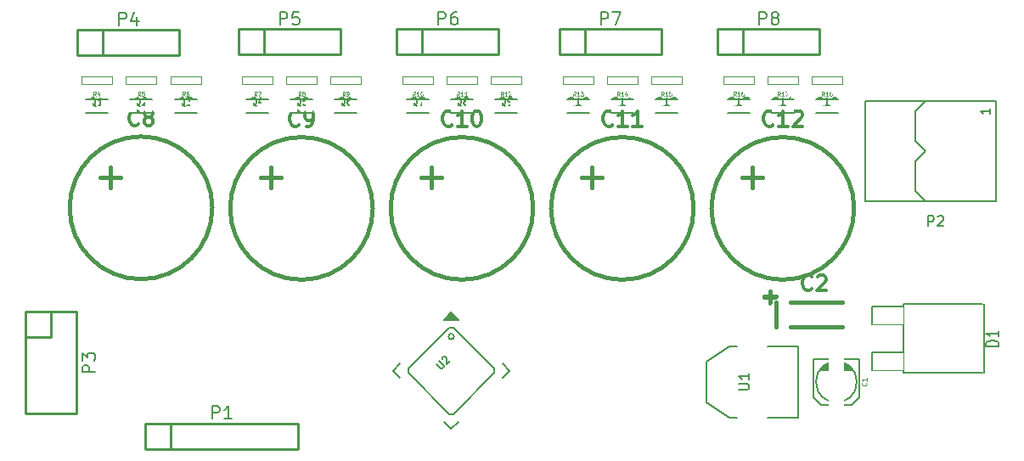
<source format=gto>
%FSLAX46Y46*%
G04 Gerber Fmt 4.6, Leading zero omitted, Abs format (unit mm)*
G04 Created by KiCad (PCBNEW (2014-09-25 BZR 5147)-product) date fre 14 nov 2014 02:42:05*
%MOMM*%
G01*
G04 APERTURE LIST*
%ADD10C,0.100000*%
%ADD11C,0.127000*%
%ADD12C,0.381000*%
%ADD13C,0.254000*%
%ADD14C,0.119380*%
%ADD15C,0.150000*%
%ADD16C,0.203200*%
%ADD17C,0.149860*%
%ADD18C,0.304800*%
%ADD19C,0.129540*%
%ADD20R,1.600200X2.600960*%
%ADD21R,2.999740X1.501140*%
%ADD22C,2.999740*%
%ADD23R,1.727200X2.032000*%
%ADD24O,1.727200X2.032000*%
%ADD25R,1.727200X1.727200*%
%ADD26O,1.727200X1.727200*%
%ADD27R,0.914400X0.914400*%
%ADD28R,0.635000X1.143000*%
%ADD29R,2.032000X3.657600*%
%ADD30R,2.032000X1.016000*%
%ADD31R,3.048000X1.651000*%
%ADD32R,6.096000X6.096000*%
%ADD33C,4.000000*%
G04 APERTURE END LIST*
D10*
D11*
X181100000Y-99651000D02*
X181100000Y-98889000D01*
X181481000Y-99270000D02*
X180719000Y-99270000D01*
X178814000Y-99524000D02*
X178814000Y-95714000D01*
X182624000Y-100286000D02*
X179576000Y-100286000D01*
X178814000Y-99524000D02*
X179576000Y-100286000D01*
X183386000Y-99524000D02*
X183386000Y-95714000D01*
X183386000Y-99524000D02*
X182624000Y-100286000D01*
X180973000Y-95968000D02*
X181227000Y-95968000D01*
X181735000Y-96095000D02*
X180465000Y-96095000D01*
X180211000Y-96222000D02*
X181989000Y-96222000D01*
X179957000Y-96349000D02*
X182243000Y-96349000D01*
X182370000Y-96476000D02*
X179830000Y-96476000D01*
X179703000Y-96603000D02*
X182497000Y-96603000D01*
X182624000Y-96730000D02*
X179576000Y-96730000D01*
X182751000Y-96857000D02*
X179449000Y-96857000D01*
X183132000Y-98000000D02*
G75*
G03X183132000Y-98000000I-2032000J0D01*
G74*
G01*
X183386000Y-95714000D02*
X178814000Y-95714000D01*
D12*
X176499040Y-92498880D02*
X181700960Y-92498880D01*
X181700960Y-90101120D02*
X176499040Y-90101120D01*
X174500060Y-89001300D02*
X174500060Y-90101120D01*
X173900620Y-89501680D02*
X175099500Y-89501680D01*
X175104580Y-90101120D02*
X175104580Y-92498880D01*
X107696000Y-77597000D02*
X109728000Y-77597000D01*
X108712000Y-76581000D02*
X108712000Y-78613000D01*
X118872000Y-80645000D02*
G75*
G03X118872000Y-80645000I-7112000J0D01*
G74*
G01*
X123696000Y-77652000D02*
X125728000Y-77652000D01*
X124712000Y-76636000D02*
X124712000Y-78668000D01*
X134872000Y-80700000D02*
G75*
G03X134872000Y-80700000I-7112000J0D01*
G74*
G01*
X139696000Y-77652000D02*
X141728000Y-77652000D01*
X140712000Y-76636000D02*
X140712000Y-78668000D01*
X150872000Y-80700000D02*
G75*
G03X150872000Y-80700000I-7112000J0D01*
G74*
G01*
X155696000Y-77652000D02*
X157728000Y-77652000D01*
X156712000Y-76636000D02*
X156712000Y-78668000D01*
X166872000Y-80700000D02*
G75*
G03X166872000Y-80700000I-7112000J0D01*
G74*
G01*
X171696000Y-77652000D02*
X173728000Y-77652000D01*
X172712000Y-76636000D02*
X172712000Y-78668000D01*
X182872000Y-80700000D02*
G75*
G03X182872000Y-80700000I-7112000J0D01*
G74*
G01*
D13*
X114720000Y-102130000D02*
X127420000Y-102130000D01*
X127420000Y-102130000D02*
X127420000Y-104670000D01*
X127420000Y-104670000D02*
X114720000Y-104670000D01*
X112180000Y-102130000D02*
X114720000Y-102130000D01*
X114720000Y-102130000D02*
X114720000Y-104670000D01*
X112180000Y-102130000D02*
X112180000Y-104670000D01*
X112180000Y-104670000D02*
X114720000Y-104670000D01*
X100260000Y-93560000D02*
X100260000Y-101180000D01*
X100260000Y-101180000D02*
X105340000Y-101180000D01*
X105340000Y-101180000D02*
X105340000Y-91020000D01*
X105340000Y-91020000D02*
X102800000Y-91020000D01*
X100260000Y-91020000D02*
X100260000Y-93560000D01*
X102800000Y-91020000D02*
X102800000Y-93560000D01*
X102800000Y-93560000D02*
X100260000Y-93560000D01*
X100260000Y-91020000D02*
X102800000Y-91020000D01*
X107950000Y-65405000D02*
X115570000Y-65405000D01*
X107950000Y-62865000D02*
X115570000Y-62865000D01*
X105410000Y-62865000D02*
X107950000Y-62865000D01*
X115570000Y-65405000D02*
X115570000Y-62865000D01*
X107950000Y-62865000D02*
X107950000Y-65405000D01*
X105410000Y-62865000D02*
X105410000Y-65405000D01*
X105410000Y-65405000D02*
X107950000Y-65405000D01*
X124020000Y-65370000D02*
X131640000Y-65370000D01*
X124020000Y-62830000D02*
X131640000Y-62830000D01*
X121480000Y-62830000D02*
X124020000Y-62830000D01*
X131640000Y-65370000D02*
X131640000Y-62830000D01*
X124020000Y-62830000D02*
X124020000Y-65370000D01*
X121480000Y-62830000D02*
X121480000Y-65370000D01*
X121480000Y-65370000D02*
X124020000Y-65370000D01*
X139820000Y-65370000D02*
X147440000Y-65370000D01*
X139820000Y-62830000D02*
X147440000Y-62830000D01*
X137280000Y-62830000D02*
X139820000Y-62830000D01*
X147440000Y-65370000D02*
X147440000Y-62830000D01*
X139820000Y-62830000D02*
X139820000Y-65370000D01*
X137280000Y-62830000D02*
X137280000Y-65370000D01*
X137280000Y-65370000D02*
X139820000Y-65370000D01*
X156020000Y-65370000D02*
X163640000Y-65370000D01*
X156020000Y-62830000D02*
X163640000Y-62830000D01*
X153480000Y-62830000D02*
X156020000Y-62830000D01*
X163640000Y-65370000D02*
X163640000Y-62830000D01*
X156020000Y-62830000D02*
X156020000Y-65370000D01*
X153480000Y-62830000D02*
X153480000Y-65370000D01*
X153480000Y-65370000D02*
X156020000Y-65370000D01*
X171820000Y-65370000D02*
X179440000Y-65370000D01*
X171820000Y-62830000D02*
X179440000Y-62830000D01*
X169280000Y-62830000D02*
X171820000Y-62830000D01*
X179440000Y-65370000D02*
X179440000Y-62830000D01*
X171820000Y-62830000D02*
X171820000Y-65370000D01*
X169280000Y-62830000D02*
X169280000Y-65370000D01*
X169280000Y-65370000D02*
X171820000Y-65370000D01*
D14*
X108839000Y-68326000D02*
X105791000Y-68326000D01*
X105791000Y-68326000D02*
X105791000Y-67564000D01*
X105791000Y-67564000D02*
X108839000Y-67564000D01*
X108839000Y-67564000D02*
X108839000Y-68326000D01*
X113284000Y-68326000D02*
X110236000Y-68326000D01*
X110236000Y-68326000D02*
X110236000Y-67564000D01*
X110236000Y-67564000D02*
X113284000Y-67564000D01*
X113284000Y-67564000D02*
X113284000Y-68326000D01*
X117729000Y-68326000D02*
X114681000Y-68326000D01*
X114681000Y-68326000D02*
X114681000Y-67564000D01*
X114681000Y-67564000D02*
X117729000Y-67564000D01*
X117729000Y-67564000D02*
X117729000Y-68326000D01*
X124884000Y-68281000D02*
X121836000Y-68281000D01*
X121836000Y-68281000D02*
X121836000Y-67519000D01*
X121836000Y-67519000D02*
X124884000Y-67519000D01*
X124884000Y-67519000D02*
X124884000Y-68281000D01*
X129284000Y-68281000D02*
X126236000Y-68281000D01*
X126236000Y-68281000D02*
X126236000Y-67519000D01*
X126236000Y-67519000D02*
X129284000Y-67519000D01*
X129284000Y-67519000D02*
X129284000Y-68281000D01*
X133684000Y-68281000D02*
X130636000Y-68281000D01*
X130636000Y-68281000D02*
X130636000Y-67519000D01*
X130636000Y-67519000D02*
X133684000Y-67519000D01*
X133684000Y-67519000D02*
X133684000Y-68281000D01*
X140884000Y-68281000D02*
X137836000Y-68281000D01*
X137836000Y-68281000D02*
X137836000Y-67519000D01*
X137836000Y-67519000D02*
X140884000Y-67519000D01*
X140884000Y-67519000D02*
X140884000Y-68281000D01*
X145284000Y-68281000D02*
X142236000Y-68281000D01*
X142236000Y-68281000D02*
X142236000Y-67519000D01*
X142236000Y-67519000D02*
X145284000Y-67519000D01*
X145284000Y-67519000D02*
X145284000Y-68281000D01*
X149684000Y-68281000D02*
X146636000Y-68281000D01*
X146636000Y-68281000D02*
X146636000Y-67519000D01*
X146636000Y-67519000D02*
X149684000Y-67519000D01*
X149684000Y-67519000D02*
X149684000Y-68281000D01*
X156884000Y-68281000D02*
X153836000Y-68281000D01*
X153836000Y-68281000D02*
X153836000Y-67519000D01*
X153836000Y-67519000D02*
X156884000Y-67519000D01*
X156884000Y-67519000D02*
X156884000Y-68281000D01*
X161284000Y-68281000D02*
X158236000Y-68281000D01*
X158236000Y-68281000D02*
X158236000Y-67519000D01*
X158236000Y-67519000D02*
X161284000Y-67519000D01*
X161284000Y-67519000D02*
X161284000Y-68281000D01*
X165684000Y-68281000D02*
X162636000Y-68281000D01*
X162636000Y-68281000D02*
X162636000Y-67519000D01*
X162636000Y-67519000D02*
X165684000Y-67519000D01*
X165684000Y-67519000D02*
X165684000Y-68281000D01*
X172884000Y-68281000D02*
X169836000Y-68281000D01*
X169836000Y-68281000D02*
X169836000Y-67519000D01*
X169836000Y-67519000D02*
X172884000Y-67519000D01*
X172884000Y-67519000D02*
X172884000Y-68281000D01*
X177284000Y-68281000D02*
X174236000Y-68281000D01*
X174236000Y-68281000D02*
X174236000Y-67519000D01*
X174236000Y-67519000D02*
X177284000Y-67519000D01*
X177284000Y-67519000D02*
X177284000Y-68281000D01*
X181684000Y-68281000D02*
X178636000Y-68281000D01*
X178636000Y-68281000D02*
X178636000Y-67519000D01*
X178636000Y-67519000D02*
X181684000Y-67519000D01*
X181684000Y-67519000D02*
X181684000Y-68281000D01*
D15*
X106215000Y-69785000D02*
X108415000Y-69785000D01*
X106215000Y-71185000D02*
X108415000Y-71185000D01*
X110660000Y-69785000D02*
X112860000Y-69785000D01*
X110660000Y-71185000D02*
X112860000Y-71185000D01*
X115105000Y-69785000D02*
X117305000Y-69785000D01*
X115105000Y-71185000D02*
X117305000Y-71185000D01*
X122260000Y-69800000D02*
X124460000Y-69800000D01*
X122260000Y-71200000D02*
X124460000Y-71200000D01*
X126660000Y-69800000D02*
X128860000Y-69800000D01*
X126660000Y-71200000D02*
X128860000Y-71200000D01*
X131060000Y-69800000D02*
X133260000Y-69800000D01*
X131060000Y-71200000D02*
X133260000Y-71200000D01*
X138260000Y-69800000D02*
X140460000Y-69800000D01*
X138260000Y-71200000D02*
X140460000Y-71200000D01*
X142660000Y-69800000D02*
X144860000Y-69800000D01*
X142660000Y-71200000D02*
X144860000Y-71200000D01*
X147060000Y-69800000D02*
X149260000Y-69800000D01*
X147060000Y-71200000D02*
X149260000Y-71200000D01*
X154260000Y-69800000D02*
X156460000Y-69800000D01*
X154260000Y-71200000D02*
X156460000Y-71200000D01*
X158660000Y-69800000D02*
X160860000Y-69800000D01*
X158660000Y-71200000D02*
X160860000Y-71200000D01*
X163060000Y-69800000D02*
X165260000Y-69800000D01*
X163060000Y-71200000D02*
X165260000Y-71200000D01*
X170260000Y-69800000D02*
X172460000Y-69800000D01*
X170260000Y-71200000D02*
X172460000Y-71200000D01*
X174660000Y-69800000D02*
X176860000Y-69800000D01*
X174660000Y-71200000D02*
X176860000Y-71200000D01*
X179060000Y-69800000D02*
X181260000Y-69800000D01*
X179060000Y-71200000D02*
X181260000Y-71200000D01*
D16*
X174224000Y-101556000D02*
X177272000Y-101556000D01*
X177272000Y-101556000D02*
X177272000Y-94444000D01*
X177272000Y-94444000D02*
X174224000Y-94444000D01*
X171176000Y-101556000D02*
X170414000Y-101556000D01*
X170414000Y-101556000D02*
X168128000Y-100032000D01*
X168128000Y-100032000D02*
X168128000Y-95968000D01*
X168128000Y-95968000D02*
X170414000Y-94444000D01*
X170414000Y-94444000D02*
X171176000Y-94444000D01*
D15*
X142417157Y-92657359D02*
X142487868Y-92586649D01*
X142487868Y-92586649D02*
X142912132Y-92586649D01*
X142912132Y-92586649D02*
X147013351Y-96687868D01*
X147013351Y-96687868D02*
X147013351Y-97112132D01*
X147013351Y-97112132D02*
X142912132Y-101213351D01*
X142912132Y-101213351D02*
X142487868Y-101213351D01*
X142487868Y-101213351D02*
X138386649Y-97112132D01*
X138386649Y-97112132D02*
X138386649Y-96687868D01*
X138386649Y-96687868D02*
X142417157Y-92657359D01*
D17*
X142841888Y-91244235D02*
X142558112Y-91244235D01*
X142418020Y-91384327D02*
X142981980Y-91384327D01*
X143123868Y-91526215D02*
X142276132Y-91526215D01*
X142134244Y-91668103D02*
X143265756Y-91668103D01*
X141992356Y-91809991D02*
X142700000Y-91102347D01*
X142700000Y-91102347D02*
X143407644Y-91809991D01*
X143407644Y-91809991D02*
X141992356Y-91809991D01*
X137609991Y-97607644D02*
X136902347Y-96900000D01*
X136902347Y-96900000D02*
X137609991Y-96192356D01*
X143407644Y-101990009D02*
X142700000Y-102697653D01*
X142700000Y-102697653D02*
X141992356Y-101990009D01*
X147790009Y-96192356D02*
X148497653Y-96900000D01*
X148497653Y-96900000D02*
X147790009Y-97607644D01*
D11*
X142983981Y-93487503D02*
G75*
G03X142983981Y-93487503I-283981J0D01*
G74*
G01*
X187824000Y-95097000D02*
X184649000Y-95097000D01*
X184649000Y-95097000D02*
X184649000Y-96875000D01*
X184649000Y-96875000D02*
X187824000Y-96875000D01*
X187824000Y-90525000D02*
X184649000Y-90525000D01*
X184649000Y-90525000D02*
X184649000Y-92303000D01*
X184649000Y-92303000D02*
X187824000Y-92303000D01*
X193920000Y-97129000D02*
X187824000Y-97129000D01*
X187824000Y-97129000D02*
X187824000Y-90271000D01*
X187824000Y-90271000D02*
X195698000Y-90271000D01*
X195825000Y-90271000D02*
X195825000Y-97129000D01*
X195698000Y-97129000D02*
X193920000Y-97129000D01*
D15*
X190000000Y-70000000D02*
X189000000Y-71000000D01*
X189000000Y-71000000D02*
X189000000Y-74000000D01*
X189000000Y-74000000D02*
X190000000Y-75000000D01*
X190000000Y-75000000D02*
X189000000Y-76000000D01*
X189000000Y-76000000D02*
X189000000Y-79000000D01*
X189000000Y-79000000D02*
X190000000Y-80000000D01*
X197000000Y-70000000D02*
X197000000Y-80000000D01*
X197000000Y-80000000D02*
X184000000Y-80000000D01*
X184000000Y-80000000D02*
X184000000Y-70000000D01*
X184000000Y-70000000D02*
X197000000Y-70000000D01*
D14*
X184072707Y-98083396D02*
X184096535Y-98107224D01*
X184120362Y-98178707D01*
X184120362Y-98226362D01*
X184096535Y-98297845D01*
X184048880Y-98345500D01*
X184001224Y-98369328D01*
X183905914Y-98393156D01*
X183834431Y-98393156D01*
X183739120Y-98369328D01*
X183691465Y-98345500D01*
X183643810Y-98297845D01*
X183619982Y-98226362D01*
X183619982Y-98178707D01*
X183643810Y-98107224D01*
X183667638Y-98083396D01*
X184120362Y-97606844D02*
X184120362Y-97892776D01*
X184120362Y-97749810D02*
X183619982Y-97749810D01*
X183691465Y-97797465D01*
X183739120Y-97845120D01*
X183762948Y-97892776D01*
D18*
X178645340Y-88745486D02*
X178572769Y-88818057D01*
X178355055Y-88890629D01*
X178209912Y-88890629D01*
X177992197Y-88818057D01*
X177847055Y-88672914D01*
X177774483Y-88527771D01*
X177701912Y-88237486D01*
X177701912Y-88019771D01*
X177774483Y-87729486D01*
X177847055Y-87584343D01*
X177992197Y-87439200D01*
X178209912Y-87366629D01*
X178355055Y-87366629D01*
X178572769Y-87439200D01*
X178645340Y-87511771D01*
X179225912Y-87511771D02*
X179298483Y-87439200D01*
X179443626Y-87366629D01*
X179806483Y-87366629D01*
X179951626Y-87439200D01*
X180024197Y-87511771D01*
X180096769Y-87656914D01*
X180096769Y-87802057D01*
X180024197Y-88019771D01*
X179153340Y-88890629D01*
X180096769Y-88890629D01*
X173919489Y-89607997D02*
X175080632Y-89607997D01*
X174500061Y-90188569D02*
X174500061Y-89027426D01*
X111506000Y-72299286D02*
X111433429Y-72371857D01*
X111215715Y-72444429D01*
X111070572Y-72444429D01*
X110852857Y-72371857D01*
X110707715Y-72226714D01*
X110635143Y-72081571D01*
X110562572Y-71791286D01*
X110562572Y-71573571D01*
X110635143Y-71283286D01*
X110707715Y-71138143D01*
X110852857Y-70993000D01*
X111070572Y-70920429D01*
X111215715Y-70920429D01*
X111433429Y-70993000D01*
X111506000Y-71065571D01*
X112376857Y-71573571D02*
X112231715Y-71501000D01*
X112159143Y-71428429D01*
X112086572Y-71283286D01*
X112086572Y-71210714D01*
X112159143Y-71065571D01*
X112231715Y-70993000D01*
X112376857Y-70920429D01*
X112667143Y-70920429D01*
X112812286Y-70993000D01*
X112884857Y-71065571D01*
X112957429Y-71210714D01*
X112957429Y-71283286D01*
X112884857Y-71428429D01*
X112812286Y-71501000D01*
X112667143Y-71573571D01*
X112376857Y-71573571D01*
X112231715Y-71646143D01*
X112159143Y-71718714D01*
X112086572Y-71863857D01*
X112086572Y-72154143D01*
X112159143Y-72299286D01*
X112231715Y-72371857D01*
X112376857Y-72444429D01*
X112667143Y-72444429D01*
X112812286Y-72371857D01*
X112884857Y-72299286D01*
X112957429Y-72154143D01*
X112957429Y-71863857D01*
X112884857Y-71718714D01*
X112812286Y-71646143D01*
X112667143Y-71573571D01*
X127506000Y-72354286D02*
X127433429Y-72426857D01*
X127215715Y-72499429D01*
X127070572Y-72499429D01*
X126852857Y-72426857D01*
X126707715Y-72281714D01*
X126635143Y-72136571D01*
X126562572Y-71846286D01*
X126562572Y-71628571D01*
X126635143Y-71338286D01*
X126707715Y-71193143D01*
X126852857Y-71048000D01*
X127070572Y-70975429D01*
X127215715Y-70975429D01*
X127433429Y-71048000D01*
X127506000Y-71120571D01*
X128231715Y-72499429D02*
X128522000Y-72499429D01*
X128667143Y-72426857D01*
X128739715Y-72354286D01*
X128884857Y-72136571D01*
X128957429Y-71846286D01*
X128957429Y-71265714D01*
X128884857Y-71120571D01*
X128812286Y-71048000D01*
X128667143Y-70975429D01*
X128376857Y-70975429D01*
X128231715Y-71048000D01*
X128159143Y-71120571D01*
X128086572Y-71265714D01*
X128086572Y-71628571D01*
X128159143Y-71773714D01*
X128231715Y-71846286D01*
X128376857Y-71918857D01*
X128667143Y-71918857D01*
X128812286Y-71846286D01*
X128884857Y-71773714D01*
X128957429Y-71628571D01*
X142780285Y-72354286D02*
X142707714Y-72426857D01*
X142490000Y-72499429D01*
X142344857Y-72499429D01*
X142127142Y-72426857D01*
X141982000Y-72281714D01*
X141909428Y-72136571D01*
X141836857Y-71846286D01*
X141836857Y-71628571D01*
X141909428Y-71338286D01*
X141982000Y-71193143D01*
X142127142Y-71048000D01*
X142344857Y-70975429D01*
X142490000Y-70975429D01*
X142707714Y-71048000D01*
X142780285Y-71120571D01*
X144231714Y-72499429D02*
X143360857Y-72499429D01*
X143796285Y-72499429D02*
X143796285Y-70975429D01*
X143651142Y-71193143D01*
X143506000Y-71338286D01*
X143360857Y-71410857D01*
X145175143Y-70975429D02*
X145320286Y-70975429D01*
X145465429Y-71048000D01*
X145538000Y-71120571D01*
X145610571Y-71265714D01*
X145683143Y-71556000D01*
X145683143Y-71918857D01*
X145610571Y-72209143D01*
X145538000Y-72354286D01*
X145465429Y-72426857D01*
X145320286Y-72499429D01*
X145175143Y-72499429D01*
X145030000Y-72426857D01*
X144957429Y-72354286D01*
X144884857Y-72209143D01*
X144812286Y-71918857D01*
X144812286Y-71556000D01*
X144884857Y-71265714D01*
X144957429Y-71120571D01*
X145030000Y-71048000D01*
X145175143Y-70975429D01*
X158780285Y-72354286D02*
X158707714Y-72426857D01*
X158490000Y-72499429D01*
X158344857Y-72499429D01*
X158127142Y-72426857D01*
X157982000Y-72281714D01*
X157909428Y-72136571D01*
X157836857Y-71846286D01*
X157836857Y-71628571D01*
X157909428Y-71338286D01*
X157982000Y-71193143D01*
X158127142Y-71048000D01*
X158344857Y-70975429D01*
X158490000Y-70975429D01*
X158707714Y-71048000D01*
X158780285Y-71120571D01*
X160231714Y-72499429D02*
X159360857Y-72499429D01*
X159796285Y-72499429D02*
X159796285Y-70975429D01*
X159651142Y-71193143D01*
X159506000Y-71338286D01*
X159360857Y-71410857D01*
X161683143Y-72499429D02*
X160812286Y-72499429D01*
X161247714Y-72499429D02*
X161247714Y-70975429D01*
X161102571Y-71193143D01*
X160957429Y-71338286D01*
X160812286Y-71410857D01*
X174780285Y-72354286D02*
X174707714Y-72426857D01*
X174490000Y-72499429D01*
X174344857Y-72499429D01*
X174127142Y-72426857D01*
X173982000Y-72281714D01*
X173909428Y-72136571D01*
X173836857Y-71846286D01*
X173836857Y-71628571D01*
X173909428Y-71338286D01*
X173982000Y-71193143D01*
X174127142Y-71048000D01*
X174344857Y-70975429D01*
X174490000Y-70975429D01*
X174707714Y-71048000D01*
X174780285Y-71120571D01*
X176231714Y-72499429D02*
X175360857Y-72499429D01*
X175796285Y-72499429D02*
X175796285Y-70975429D01*
X175651142Y-71193143D01*
X175506000Y-71338286D01*
X175360857Y-71410857D01*
X176812286Y-71120571D02*
X176884857Y-71048000D01*
X177030000Y-70975429D01*
X177392857Y-70975429D01*
X177538000Y-71048000D01*
X177610571Y-71120571D01*
X177683143Y-71265714D01*
X177683143Y-71410857D01*
X177610571Y-71628571D01*
X176739714Y-72499429D01*
X177683143Y-72499429D01*
D16*
X118862619Y-101688524D02*
X118862619Y-100418524D01*
X119346428Y-100418524D01*
X119467381Y-100479000D01*
X119527857Y-100539476D01*
X119588333Y-100660429D01*
X119588333Y-100841857D01*
X119527857Y-100962810D01*
X119467381Y-101023286D01*
X119346428Y-101083762D01*
X118862619Y-101083762D01*
X120797857Y-101688524D02*
X120072143Y-101688524D01*
X120435000Y-101688524D02*
X120435000Y-100418524D01*
X120314048Y-100599952D01*
X120193095Y-100720905D01*
X120072143Y-100781381D01*
X107184524Y-97037381D02*
X105914524Y-97037381D01*
X105914524Y-96553572D01*
X105975000Y-96432619D01*
X106035476Y-96372143D01*
X106156429Y-96311667D01*
X106337857Y-96311667D01*
X106458810Y-96372143D01*
X106519286Y-96432619D01*
X106579762Y-96553572D01*
X106579762Y-97037381D01*
X105914524Y-95888333D02*
X105914524Y-95102143D01*
X106398333Y-95525476D01*
X106398333Y-95344048D01*
X106458810Y-95223095D01*
X106519286Y-95162619D01*
X106640238Y-95102143D01*
X106942619Y-95102143D01*
X107063571Y-95162619D01*
X107124048Y-95223095D01*
X107184524Y-95344048D01*
X107184524Y-95706905D01*
X107124048Y-95827857D01*
X107063571Y-95888333D01*
X109552619Y-62423524D02*
X109552619Y-61153524D01*
X110036428Y-61153524D01*
X110157381Y-61214000D01*
X110217857Y-61274476D01*
X110278333Y-61395429D01*
X110278333Y-61576857D01*
X110217857Y-61697810D01*
X110157381Y-61758286D01*
X110036428Y-61818762D01*
X109552619Y-61818762D01*
X111366905Y-61576857D02*
X111366905Y-62423524D01*
X111064524Y-61093048D02*
X110762143Y-62000190D01*
X111548333Y-62000190D01*
X125622619Y-62388524D02*
X125622619Y-61118524D01*
X126106428Y-61118524D01*
X126227381Y-61179000D01*
X126287857Y-61239476D01*
X126348333Y-61360429D01*
X126348333Y-61541857D01*
X126287857Y-61662810D01*
X126227381Y-61723286D01*
X126106428Y-61783762D01*
X125622619Y-61783762D01*
X127497381Y-61118524D02*
X126892619Y-61118524D01*
X126832143Y-61723286D01*
X126892619Y-61662810D01*
X127013571Y-61602333D01*
X127315952Y-61602333D01*
X127436905Y-61662810D01*
X127497381Y-61723286D01*
X127557857Y-61844238D01*
X127557857Y-62146619D01*
X127497381Y-62267571D01*
X127436905Y-62328048D01*
X127315952Y-62388524D01*
X127013571Y-62388524D01*
X126892619Y-62328048D01*
X126832143Y-62267571D01*
X141422619Y-62388524D02*
X141422619Y-61118524D01*
X141906428Y-61118524D01*
X142027381Y-61179000D01*
X142087857Y-61239476D01*
X142148333Y-61360429D01*
X142148333Y-61541857D01*
X142087857Y-61662810D01*
X142027381Y-61723286D01*
X141906428Y-61783762D01*
X141422619Y-61783762D01*
X143236905Y-61118524D02*
X142995000Y-61118524D01*
X142874048Y-61179000D01*
X142813571Y-61239476D01*
X142692619Y-61420905D01*
X142632143Y-61662810D01*
X142632143Y-62146619D01*
X142692619Y-62267571D01*
X142753095Y-62328048D01*
X142874048Y-62388524D01*
X143115952Y-62388524D01*
X143236905Y-62328048D01*
X143297381Y-62267571D01*
X143357857Y-62146619D01*
X143357857Y-61844238D01*
X143297381Y-61723286D01*
X143236905Y-61662810D01*
X143115952Y-61602333D01*
X142874048Y-61602333D01*
X142753095Y-61662810D01*
X142692619Y-61723286D01*
X142632143Y-61844238D01*
X157622619Y-62388524D02*
X157622619Y-61118524D01*
X158106428Y-61118524D01*
X158227381Y-61179000D01*
X158287857Y-61239476D01*
X158348333Y-61360429D01*
X158348333Y-61541857D01*
X158287857Y-61662810D01*
X158227381Y-61723286D01*
X158106428Y-61783762D01*
X157622619Y-61783762D01*
X158771667Y-61118524D02*
X159618333Y-61118524D01*
X159074048Y-62388524D01*
X173422619Y-62388524D02*
X173422619Y-61118524D01*
X173906428Y-61118524D01*
X174027381Y-61179000D01*
X174087857Y-61239476D01*
X174148333Y-61360429D01*
X174148333Y-61541857D01*
X174087857Y-61662810D01*
X174027381Y-61723286D01*
X173906428Y-61783762D01*
X173422619Y-61783762D01*
X174874048Y-61662810D02*
X174753095Y-61602333D01*
X174692619Y-61541857D01*
X174632143Y-61420905D01*
X174632143Y-61360429D01*
X174692619Y-61239476D01*
X174753095Y-61179000D01*
X174874048Y-61118524D01*
X175115952Y-61118524D01*
X175236905Y-61179000D01*
X175297381Y-61239476D01*
X175357857Y-61360429D01*
X175357857Y-61420905D01*
X175297381Y-61541857D01*
X175236905Y-61602333D01*
X175115952Y-61662810D01*
X174874048Y-61662810D01*
X174753095Y-61723286D01*
X174692619Y-61783762D01*
X174632143Y-61904714D01*
X174632143Y-62146619D01*
X174692619Y-62267571D01*
X174753095Y-62328048D01*
X174874048Y-62388524D01*
X175115952Y-62388524D01*
X175236905Y-62328048D01*
X175297381Y-62267571D01*
X175357857Y-62146619D01*
X175357857Y-61904714D01*
X175297381Y-61783762D01*
X175236905Y-61723286D01*
X175115952Y-61662810D01*
D19*
X107242429Y-70521286D02*
X107169857Y-70485000D01*
X107097286Y-70412429D01*
X106988429Y-70303571D01*
X106915857Y-70267286D01*
X106843286Y-70267286D01*
X106879571Y-70448714D02*
X106807000Y-70412429D01*
X106734429Y-70339857D01*
X106698143Y-70194714D01*
X106698143Y-69940714D01*
X106734429Y-69795571D01*
X106807000Y-69723000D01*
X106879571Y-69686714D01*
X107024714Y-69686714D01*
X107097286Y-69723000D01*
X107169857Y-69795571D01*
X107206143Y-69940714D01*
X107206143Y-70194714D01*
X107169857Y-70339857D01*
X107097286Y-70412429D01*
X107024714Y-70448714D01*
X106879571Y-70448714D01*
X107931857Y-70448714D02*
X107496429Y-70448714D01*
X107714143Y-70448714D02*
X107714143Y-69686714D01*
X107641572Y-69795571D01*
X107569000Y-69868143D01*
X107496429Y-69904429D01*
X111687429Y-70521286D02*
X111614857Y-70485000D01*
X111542286Y-70412429D01*
X111433429Y-70303571D01*
X111360857Y-70267286D01*
X111288286Y-70267286D01*
X111324571Y-70448714D02*
X111252000Y-70412429D01*
X111179429Y-70339857D01*
X111143143Y-70194714D01*
X111143143Y-69940714D01*
X111179429Y-69795571D01*
X111252000Y-69723000D01*
X111324571Y-69686714D01*
X111469714Y-69686714D01*
X111542286Y-69723000D01*
X111614857Y-69795571D01*
X111651143Y-69940714D01*
X111651143Y-70194714D01*
X111614857Y-70339857D01*
X111542286Y-70412429D01*
X111469714Y-70448714D01*
X111324571Y-70448714D01*
X111941429Y-69759286D02*
X111977715Y-69723000D01*
X112050286Y-69686714D01*
X112231715Y-69686714D01*
X112304286Y-69723000D01*
X112340572Y-69759286D01*
X112376857Y-69831857D01*
X112376857Y-69904429D01*
X112340572Y-70013286D01*
X111905143Y-70448714D01*
X112376857Y-70448714D01*
X116132429Y-70521286D02*
X116059857Y-70485000D01*
X115987286Y-70412429D01*
X115878429Y-70303571D01*
X115805857Y-70267286D01*
X115733286Y-70267286D01*
X115769571Y-70448714D02*
X115697000Y-70412429D01*
X115624429Y-70339857D01*
X115588143Y-70194714D01*
X115588143Y-69940714D01*
X115624429Y-69795571D01*
X115697000Y-69723000D01*
X115769571Y-69686714D01*
X115914714Y-69686714D01*
X115987286Y-69723000D01*
X116059857Y-69795571D01*
X116096143Y-69940714D01*
X116096143Y-70194714D01*
X116059857Y-70339857D01*
X115987286Y-70412429D01*
X115914714Y-70448714D01*
X115769571Y-70448714D01*
X116350143Y-69686714D02*
X116821857Y-69686714D01*
X116567857Y-69977000D01*
X116676715Y-69977000D01*
X116749286Y-70013286D01*
X116785572Y-70049571D01*
X116821857Y-70122143D01*
X116821857Y-70303571D01*
X116785572Y-70376143D01*
X116749286Y-70412429D01*
X116676715Y-70448714D01*
X116459000Y-70448714D01*
X116386429Y-70412429D01*
X116350143Y-70376143D01*
X123287429Y-70476286D02*
X123214857Y-70440000D01*
X123142286Y-70367429D01*
X123033429Y-70258571D01*
X122960857Y-70222286D01*
X122888286Y-70222286D01*
X122924571Y-70403714D02*
X122852000Y-70367429D01*
X122779429Y-70294857D01*
X122743143Y-70149714D01*
X122743143Y-69895714D01*
X122779429Y-69750571D01*
X122852000Y-69678000D01*
X122924571Y-69641714D01*
X123069714Y-69641714D01*
X123142286Y-69678000D01*
X123214857Y-69750571D01*
X123251143Y-69895714D01*
X123251143Y-70149714D01*
X123214857Y-70294857D01*
X123142286Y-70367429D01*
X123069714Y-70403714D01*
X122924571Y-70403714D01*
X123904286Y-69895714D02*
X123904286Y-70403714D01*
X123722857Y-69605429D02*
X123541429Y-70149714D01*
X124013143Y-70149714D01*
X127687429Y-70476286D02*
X127614857Y-70440000D01*
X127542286Y-70367429D01*
X127433429Y-70258571D01*
X127360857Y-70222286D01*
X127288286Y-70222286D01*
X127324571Y-70403714D02*
X127252000Y-70367429D01*
X127179429Y-70294857D01*
X127143143Y-70149714D01*
X127143143Y-69895714D01*
X127179429Y-69750571D01*
X127252000Y-69678000D01*
X127324571Y-69641714D01*
X127469714Y-69641714D01*
X127542286Y-69678000D01*
X127614857Y-69750571D01*
X127651143Y-69895714D01*
X127651143Y-70149714D01*
X127614857Y-70294857D01*
X127542286Y-70367429D01*
X127469714Y-70403714D01*
X127324571Y-70403714D01*
X128340572Y-69641714D02*
X127977715Y-69641714D01*
X127941429Y-70004571D01*
X127977715Y-69968286D01*
X128050286Y-69932000D01*
X128231715Y-69932000D01*
X128304286Y-69968286D01*
X128340572Y-70004571D01*
X128376857Y-70077143D01*
X128376857Y-70258571D01*
X128340572Y-70331143D01*
X128304286Y-70367429D01*
X128231715Y-70403714D01*
X128050286Y-70403714D01*
X127977715Y-70367429D01*
X127941429Y-70331143D01*
X132087429Y-70476286D02*
X132014857Y-70440000D01*
X131942286Y-70367429D01*
X131833429Y-70258571D01*
X131760857Y-70222286D01*
X131688286Y-70222286D01*
X131724571Y-70403714D02*
X131652000Y-70367429D01*
X131579429Y-70294857D01*
X131543143Y-70149714D01*
X131543143Y-69895714D01*
X131579429Y-69750571D01*
X131652000Y-69678000D01*
X131724571Y-69641714D01*
X131869714Y-69641714D01*
X131942286Y-69678000D01*
X132014857Y-69750571D01*
X132051143Y-69895714D01*
X132051143Y-70149714D01*
X132014857Y-70294857D01*
X131942286Y-70367429D01*
X131869714Y-70403714D01*
X131724571Y-70403714D01*
X132704286Y-69641714D02*
X132559143Y-69641714D01*
X132486572Y-69678000D01*
X132450286Y-69714286D01*
X132377715Y-69823143D01*
X132341429Y-69968286D01*
X132341429Y-70258571D01*
X132377715Y-70331143D01*
X132414000Y-70367429D01*
X132486572Y-70403714D01*
X132631715Y-70403714D01*
X132704286Y-70367429D01*
X132740572Y-70331143D01*
X132776857Y-70258571D01*
X132776857Y-70077143D01*
X132740572Y-70004571D01*
X132704286Y-69968286D01*
X132631715Y-69932000D01*
X132486572Y-69932000D01*
X132414000Y-69968286D01*
X132377715Y-70004571D01*
X132341429Y-70077143D01*
X139287429Y-70476286D02*
X139214857Y-70440000D01*
X139142286Y-70367429D01*
X139033429Y-70258571D01*
X138960857Y-70222286D01*
X138888286Y-70222286D01*
X138924571Y-70403714D02*
X138852000Y-70367429D01*
X138779429Y-70294857D01*
X138743143Y-70149714D01*
X138743143Y-69895714D01*
X138779429Y-69750571D01*
X138852000Y-69678000D01*
X138924571Y-69641714D01*
X139069714Y-69641714D01*
X139142286Y-69678000D01*
X139214857Y-69750571D01*
X139251143Y-69895714D01*
X139251143Y-70149714D01*
X139214857Y-70294857D01*
X139142286Y-70367429D01*
X139069714Y-70403714D01*
X138924571Y-70403714D01*
X139505143Y-69641714D02*
X140013143Y-69641714D01*
X139686572Y-70403714D01*
X143687429Y-70476286D02*
X143614857Y-70440000D01*
X143542286Y-70367429D01*
X143433429Y-70258571D01*
X143360857Y-70222286D01*
X143288286Y-70222286D01*
X143324571Y-70403714D02*
X143252000Y-70367429D01*
X143179429Y-70294857D01*
X143143143Y-70149714D01*
X143143143Y-69895714D01*
X143179429Y-69750571D01*
X143252000Y-69678000D01*
X143324571Y-69641714D01*
X143469714Y-69641714D01*
X143542286Y-69678000D01*
X143614857Y-69750571D01*
X143651143Y-69895714D01*
X143651143Y-70149714D01*
X143614857Y-70294857D01*
X143542286Y-70367429D01*
X143469714Y-70403714D01*
X143324571Y-70403714D01*
X144086572Y-69968286D02*
X144014000Y-69932000D01*
X143977715Y-69895714D01*
X143941429Y-69823143D01*
X143941429Y-69786857D01*
X143977715Y-69714286D01*
X144014000Y-69678000D01*
X144086572Y-69641714D01*
X144231715Y-69641714D01*
X144304286Y-69678000D01*
X144340572Y-69714286D01*
X144376857Y-69786857D01*
X144376857Y-69823143D01*
X144340572Y-69895714D01*
X144304286Y-69932000D01*
X144231715Y-69968286D01*
X144086572Y-69968286D01*
X144014000Y-70004571D01*
X143977715Y-70040857D01*
X143941429Y-70113429D01*
X143941429Y-70258571D01*
X143977715Y-70331143D01*
X144014000Y-70367429D01*
X144086572Y-70403714D01*
X144231715Y-70403714D01*
X144304286Y-70367429D01*
X144340572Y-70331143D01*
X144376857Y-70258571D01*
X144376857Y-70113429D01*
X144340572Y-70040857D01*
X144304286Y-70004571D01*
X144231715Y-69968286D01*
X148087429Y-70476286D02*
X148014857Y-70440000D01*
X147942286Y-70367429D01*
X147833429Y-70258571D01*
X147760857Y-70222286D01*
X147688286Y-70222286D01*
X147724571Y-70403714D02*
X147652000Y-70367429D01*
X147579429Y-70294857D01*
X147543143Y-70149714D01*
X147543143Y-69895714D01*
X147579429Y-69750571D01*
X147652000Y-69678000D01*
X147724571Y-69641714D01*
X147869714Y-69641714D01*
X147942286Y-69678000D01*
X148014857Y-69750571D01*
X148051143Y-69895714D01*
X148051143Y-70149714D01*
X148014857Y-70294857D01*
X147942286Y-70367429D01*
X147869714Y-70403714D01*
X147724571Y-70403714D01*
X148414000Y-70403714D02*
X148559143Y-70403714D01*
X148631715Y-70367429D01*
X148668000Y-70331143D01*
X148740572Y-70222286D01*
X148776857Y-70077143D01*
X148776857Y-69786857D01*
X148740572Y-69714286D01*
X148704286Y-69678000D01*
X148631715Y-69641714D01*
X148486572Y-69641714D01*
X148414000Y-69678000D01*
X148377715Y-69714286D01*
X148341429Y-69786857D01*
X148341429Y-69968286D01*
X148377715Y-70040857D01*
X148414000Y-70077143D01*
X148486572Y-70113429D01*
X148631715Y-70113429D01*
X148704286Y-70077143D01*
X148740572Y-70040857D01*
X148776857Y-69968286D01*
X154924572Y-70476286D02*
X154852000Y-70440000D01*
X154779429Y-70367429D01*
X154670572Y-70258571D01*
X154598000Y-70222286D01*
X154525429Y-70222286D01*
X154561714Y-70403714D02*
X154489143Y-70367429D01*
X154416572Y-70294857D01*
X154380286Y-70149714D01*
X154380286Y-69895714D01*
X154416572Y-69750571D01*
X154489143Y-69678000D01*
X154561714Y-69641714D01*
X154706857Y-69641714D01*
X154779429Y-69678000D01*
X154852000Y-69750571D01*
X154888286Y-69895714D01*
X154888286Y-70149714D01*
X154852000Y-70294857D01*
X154779429Y-70367429D01*
X154706857Y-70403714D01*
X154561714Y-70403714D01*
X155614000Y-70403714D02*
X155178572Y-70403714D01*
X155396286Y-70403714D02*
X155396286Y-69641714D01*
X155323715Y-69750571D01*
X155251143Y-69823143D01*
X155178572Y-69859429D01*
X156085714Y-69641714D02*
X156158286Y-69641714D01*
X156230857Y-69678000D01*
X156267143Y-69714286D01*
X156303429Y-69786857D01*
X156339714Y-69932000D01*
X156339714Y-70113429D01*
X156303429Y-70258571D01*
X156267143Y-70331143D01*
X156230857Y-70367429D01*
X156158286Y-70403714D01*
X156085714Y-70403714D01*
X156013143Y-70367429D01*
X155976857Y-70331143D01*
X155940572Y-70258571D01*
X155904286Y-70113429D01*
X155904286Y-69932000D01*
X155940572Y-69786857D01*
X155976857Y-69714286D01*
X156013143Y-69678000D01*
X156085714Y-69641714D01*
X159324572Y-70476286D02*
X159252000Y-70440000D01*
X159179429Y-70367429D01*
X159070572Y-70258571D01*
X158998000Y-70222286D01*
X158925429Y-70222286D01*
X158961714Y-70403714D02*
X158889143Y-70367429D01*
X158816572Y-70294857D01*
X158780286Y-70149714D01*
X158780286Y-69895714D01*
X158816572Y-69750571D01*
X158889143Y-69678000D01*
X158961714Y-69641714D01*
X159106857Y-69641714D01*
X159179429Y-69678000D01*
X159252000Y-69750571D01*
X159288286Y-69895714D01*
X159288286Y-70149714D01*
X159252000Y-70294857D01*
X159179429Y-70367429D01*
X159106857Y-70403714D01*
X158961714Y-70403714D01*
X160014000Y-70403714D02*
X159578572Y-70403714D01*
X159796286Y-70403714D02*
X159796286Y-69641714D01*
X159723715Y-69750571D01*
X159651143Y-69823143D01*
X159578572Y-69859429D01*
X160739714Y-70403714D02*
X160304286Y-70403714D01*
X160522000Y-70403714D02*
X160522000Y-69641714D01*
X160449429Y-69750571D01*
X160376857Y-69823143D01*
X160304286Y-69859429D01*
X163724572Y-70476286D02*
X163652000Y-70440000D01*
X163579429Y-70367429D01*
X163470572Y-70258571D01*
X163398000Y-70222286D01*
X163325429Y-70222286D01*
X163361714Y-70403714D02*
X163289143Y-70367429D01*
X163216572Y-70294857D01*
X163180286Y-70149714D01*
X163180286Y-69895714D01*
X163216572Y-69750571D01*
X163289143Y-69678000D01*
X163361714Y-69641714D01*
X163506857Y-69641714D01*
X163579429Y-69678000D01*
X163652000Y-69750571D01*
X163688286Y-69895714D01*
X163688286Y-70149714D01*
X163652000Y-70294857D01*
X163579429Y-70367429D01*
X163506857Y-70403714D01*
X163361714Y-70403714D01*
X164414000Y-70403714D02*
X163978572Y-70403714D01*
X164196286Y-70403714D02*
X164196286Y-69641714D01*
X164123715Y-69750571D01*
X164051143Y-69823143D01*
X163978572Y-69859429D01*
X164704286Y-69714286D02*
X164740572Y-69678000D01*
X164813143Y-69641714D01*
X164994572Y-69641714D01*
X165067143Y-69678000D01*
X165103429Y-69714286D01*
X165139714Y-69786857D01*
X165139714Y-69859429D01*
X165103429Y-69968286D01*
X164668000Y-70403714D01*
X165139714Y-70403714D01*
X170924572Y-70476286D02*
X170852000Y-70440000D01*
X170779429Y-70367429D01*
X170670572Y-70258571D01*
X170598000Y-70222286D01*
X170525429Y-70222286D01*
X170561714Y-70403714D02*
X170489143Y-70367429D01*
X170416572Y-70294857D01*
X170380286Y-70149714D01*
X170380286Y-69895714D01*
X170416572Y-69750571D01*
X170489143Y-69678000D01*
X170561714Y-69641714D01*
X170706857Y-69641714D01*
X170779429Y-69678000D01*
X170852000Y-69750571D01*
X170888286Y-69895714D01*
X170888286Y-70149714D01*
X170852000Y-70294857D01*
X170779429Y-70367429D01*
X170706857Y-70403714D01*
X170561714Y-70403714D01*
X171614000Y-70403714D02*
X171178572Y-70403714D01*
X171396286Y-70403714D02*
X171396286Y-69641714D01*
X171323715Y-69750571D01*
X171251143Y-69823143D01*
X171178572Y-69859429D01*
X171868000Y-69641714D02*
X172339714Y-69641714D01*
X172085714Y-69932000D01*
X172194572Y-69932000D01*
X172267143Y-69968286D01*
X172303429Y-70004571D01*
X172339714Y-70077143D01*
X172339714Y-70258571D01*
X172303429Y-70331143D01*
X172267143Y-70367429D01*
X172194572Y-70403714D01*
X171976857Y-70403714D01*
X171904286Y-70367429D01*
X171868000Y-70331143D01*
X175324572Y-70476286D02*
X175252000Y-70440000D01*
X175179429Y-70367429D01*
X175070572Y-70258571D01*
X174998000Y-70222286D01*
X174925429Y-70222286D01*
X174961714Y-70403714D02*
X174889143Y-70367429D01*
X174816572Y-70294857D01*
X174780286Y-70149714D01*
X174780286Y-69895714D01*
X174816572Y-69750571D01*
X174889143Y-69678000D01*
X174961714Y-69641714D01*
X175106857Y-69641714D01*
X175179429Y-69678000D01*
X175252000Y-69750571D01*
X175288286Y-69895714D01*
X175288286Y-70149714D01*
X175252000Y-70294857D01*
X175179429Y-70367429D01*
X175106857Y-70403714D01*
X174961714Y-70403714D01*
X176014000Y-70403714D02*
X175578572Y-70403714D01*
X175796286Y-70403714D02*
X175796286Y-69641714D01*
X175723715Y-69750571D01*
X175651143Y-69823143D01*
X175578572Y-69859429D01*
X176667143Y-69895714D02*
X176667143Y-70403714D01*
X176485714Y-69605429D02*
X176304286Y-70149714D01*
X176776000Y-70149714D01*
X179724572Y-70476286D02*
X179652000Y-70440000D01*
X179579429Y-70367429D01*
X179470572Y-70258571D01*
X179398000Y-70222286D01*
X179325429Y-70222286D01*
X179361714Y-70403714D02*
X179289143Y-70367429D01*
X179216572Y-70294857D01*
X179180286Y-70149714D01*
X179180286Y-69895714D01*
X179216572Y-69750571D01*
X179289143Y-69678000D01*
X179361714Y-69641714D01*
X179506857Y-69641714D01*
X179579429Y-69678000D01*
X179652000Y-69750571D01*
X179688286Y-69895714D01*
X179688286Y-70149714D01*
X179652000Y-70294857D01*
X179579429Y-70367429D01*
X179506857Y-70403714D01*
X179361714Y-70403714D01*
X180414000Y-70403714D02*
X179978572Y-70403714D01*
X180196286Y-70403714D02*
X180196286Y-69641714D01*
X180123715Y-69750571D01*
X180051143Y-69823143D01*
X179978572Y-69859429D01*
X181103429Y-69641714D02*
X180740572Y-69641714D01*
X180704286Y-70004571D01*
X180740572Y-69968286D01*
X180813143Y-69932000D01*
X180994572Y-69932000D01*
X181067143Y-69968286D01*
X181103429Y-70004571D01*
X181139714Y-70077143D01*
X181139714Y-70258571D01*
X181103429Y-70331143D01*
X181067143Y-70367429D01*
X180994572Y-70403714D01*
X180813143Y-70403714D01*
X180740572Y-70367429D01*
X180704286Y-70331143D01*
D10*
X107248334Y-69465952D02*
X107115000Y-69275476D01*
X107019762Y-69465952D02*
X107019762Y-69065952D01*
X107172143Y-69065952D01*
X107210238Y-69085000D01*
X107229286Y-69104048D01*
X107248334Y-69142143D01*
X107248334Y-69199286D01*
X107229286Y-69237381D01*
X107210238Y-69256429D01*
X107172143Y-69275476D01*
X107019762Y-69275476D01*
X107591191Y-69199286D02*
X107591191Y-69465952D01*
X107495953Y-69046905D02*
X107400714Y-69332619D01*
X107648334Y-69332619D01*
X111693334Y-69465952D02*
X111560000Y-69275476D01*
X111464762Y-69465952D02*
X111464762Y-69065952D01*
X111617143Y-69065952D01*
X111655238Y-69085000D01*
X111674286Y-69104048D01*
X111693334Y-69142143D01*
X111693334Y-69199286D01*
X111674286Y-69237381D01*
X111655238Y-69256429D01*
X111617143Y-69275476D01*
X111464762Y-69275476D01*
X112055238Y-69065952D02*
X111864762Y-69065952D01*
X111845714Y-69256429D01*
X111864762Y-69237381D01*
X111902857Y-69218333D01*
X111998095Y-69218333D01*
X112036191Y-69237381D01*
X112055238Y-69256429D01*
X112074286Y-69294524D01*
X112074286Y-69389762D01*
X112055238Y-69427857D01*
X112036191Y-69446905D01*
X111998095Y-69465952D01*
X111902857Y-69465952D01*
X111864762Y-69446905D01*
X111845714Y-69427857D01*
X116138334Y-69465952D02*
X116005000Y-69275476D01*
X115909762Y-69465952D02*
X115909762Y-69065952D01*
X116062143Y-69065952D01*
X116100238Y-69085000D01*
X116119286Y-69104048D01*
X116138334Y-69142143D01*
X116138334Y-69199286D01*
X116119286Y-69237381D01*
X116100238Y-69256429D01*
X116062143Y-69275476D01*
X115909762Y-69275476D01*
X116481191Y-69065952D02*
X116405000Y-69065952D01*
X116366905Y-69085000D01*
X116347857Y-69104048D01*
X116309762Y-69161190D01*
X116290714Y-69237381D01*
X116290714Y-69389762D01*
X116309762Y-69427857D01*
X116328810Y-69446905D01*
X116366905Y-69465952D01*
X116443095Y-69465952D01*
X116481191Y-69446905D01*
X116500238Y-69427857D01*
X116519286Y-69389762D01*
X116519286Y-69294524D01*
X116500238Y-69256429D01*
X116481191Y-69237381D01*
X116443095Y-69218333D01*
X116366905Y-69218333D01*
X116328810Y-69237381D01*
X116309762Y-69256429D01*
X116290714Y-69294524D01*
X123293334Y-69480952D02*
X123160000Y-69290476D01*
X123064762Y-69480952D02*
X123064762Y-69080952D01*
X123217143Y-69080952D01*
X123255238Y-69100000D01*
X123274286Y-69119048D01*
X123293334Y-69157143D01*
X123293334Y-69214286D01*
X123274286Y-69252381D01*
X123255238Y-69271429D01*
X123217143Y-69290476D01*
X123064762Y-69290476D01*
X123426667Y-69080952D02*
X123693334Y-69080952D01*
X123521905Y-69480952D01*
X127693334Y-69480952D02*
X127560000Y-69290476D01*
X127464762Y-69480952D02*
X127464762Y-69080952D01*
X127617143Y-69080952D01*
X127655238Y-69100000D01*
X127674286Y-69119048D01*
X127693334Y-69157143D01*
X127693334Y-69214286D01*
X127674286Y-69252381D01*
X127655238Y-69271429D01*
X127617143Y-69290476D01*
X127464762Y-69290476D01*
X127921905Y-69252381D02*
X127883810Y-69233333D01*
X127864762Y-69214286D01*
X127845714Y-69176190D01*
X127845714Y-69157143D01*
X127864762Y-69119048D01*
X127883810Y-69100000D01*
X127921905Y-69080952D01*
X127998095Y-69080952D01*
X128036191Y-69100000D01*
X128055238Y-69119048D01*
X128074286Y-69157143D01*
X128074286Y-69176190D01*
X128055238Y-69214286D01*
X128036191Y-69233333D01*
X127998095Y-69252381D01*
X127921905Y-69252381D01*
X127883810Y-69271429D01*
X127864762Y-69290476D01*
X127845714Y-69328571D01*
X127845714Y-69404762D01*
X127864762Y-69442857D01*
X127883810Y-69461905D01*
X127921905Y-69480952D01*
X127998095Y-69480952D01*
X128036191Y-69461905D01*
X128055238Y-69442857D01*
X128074286Y-69404762D01*
X128074286Y-69328571D01*
X128055238Y-69290476D01*
X128036191Y-69271429D01*
X127998095Y-69252381D01*
X132093334Y-69480952D02*
X131960000Y-69290476D01*
X131864762Y-69480952D02*
X131864762Y-69080952D01*
X132017143Y-69080952D01*
X132055238Y-69100000D01*
X132074286Y-69119048D01*
X132093334Y-69157143D01*
X132093334Y-69214286D01*
X132074286Y-69252381D01*
X132055238Y-69271429D01*
X132017143Y-69290476D01*
X131864762Y-69290476D01*
X132283810Y-69480952D02*
X132360000Y-69480952D01*
X132398095Y-69461905D01*
X132417143Y-69442857D01*
X132455238Y-69385714D01*
X132474286Y-69309524D01*
X132474286Y-69157143D01*
X132455238Y-69119048D01*
X132436191Y-69100000D01*
X132398095Y-69080952D01*
X132321905Y-69080952D01*
X132283810Y-69100000D01*
X132264762Y-69119048D01*
X132245714Y-69157143D01*
X132245714Y-69252381D01*
X132264762Y-69290476D01*
X132283810Y-69309524D01*
X132321905Y-69328571D01*
X132398095Y-69328571D01*
X132436191Y-69309524D01*
X132455238Y-69290476D01*
X132474286Y-69252381D01*
X139102858Y-69480952D02*
X138969524Y-69290476D01*
X138874286Y-69480952D02*
X138874286Y-69080952D01*
X139026667Y-69080952D01*
X139064762Y-69100000D01*
X139083810Y-69119048D01*
X139102858Y-69157143D01*
X139102858Y-69214286D01*
X139083810Y-69252381D01*
X139064762Y-69271429D01*
X139026667Y-69290476D01*
X138874286Y-69290476D01*
X139483810Y-69480952D02*
X139255238Y-69480952D01*
X139369524Y-69480952D02*
X139369524Y-69080952D01*
X139331429Y-69138095D01*
X139293334Y-69176190D01*
X139255238Y-69195238D01*
X139731429Y-69080952D02*
X139769524Y-69080952D01*
X139807619Y-69100000D01*
X139826667Y-69119048D01*
X139845714Y-69157143D01*
X139864762Y-69233333D01*
X139864762Y-69328571D01*
X139845714Y-69404762D01*
X139826667Y-69442857D01*
X139807619Y-69461905D01*
X139769524Y-69480952D01*
X139731429Y-69480952D01*
X139693333Y-69461905D01*
X139674286Y-69442857D01*
X139655238Y-69404762D01*
X139636190Y-69328571D01*
X139636190Y-69233333D01*
X139655238Y-69157143D01*
X139674286Y-69119048D01*
X139693333Y-69100000D01*
X139731429Y-69080952D01*
X143502858Y-69480952D02*
X143369524Y-69290476D01*
X143274286Y-69480952D02*
X143274286Y-69080952D01*
X143426667Y-69080952D01*
X143464762Y-69100000D01*
X143483810Y-69119048D01*
X143502858Y-69157143D01*
X143502858Y-69214286D01*
X143483810Y-69252381D01*
X143464762Y-69271429D01*
X143426667Y-69290476D01*
X143274286Y-69290476D01*
X143883810Y-69480952D02*
X143655238Y-69480952D01*
X143769524Y-69480952D02*
X143769524Y-69080952D01*
X143731429Y-69138095D01*
X143693334Y-69176190D01*
X143655238Y-69195238D01*
X144264762Y-69480952D02*
X144036190Y-69480952D01*
X144150476Y-69480952D02*
X144150476Y-69080952D01*
X144112381Y-69138095D01*
X144074286Y-69176190D01*
X144036190Y-69195238D01*
X147902858Y-69480952D02*
X147769524Y-69290476D01*
X147674286Y-69480952D02*
X147674286Y-69080952D01*
X147826667Y-69080952D01*
X147864762Y-69100000D01*
X147883810Y-69119048D01*
X147902858Y-69157143D01*
X147902858Y-69214286D01*
X147883810Y-69252381D01*
X147864762Y-69271429D01*
X147826667Y-69290476D01*
X147674286Y-69290476D01*
X148283810Y-69480952D02*
X148055238Y-69480952D01*
X148169524Y-69480952D02*
X148169524Y-69080952D01*
X148131429Y-69138095D01*
X148093334Y-69176190D01*
X148055238Y-69195238D01*
X148436190Y-69119048D02*
X148455238Y-69100000D01*
X148493333Y-69080952D01*
X148588571Y-69080952D01*
X148626667Y-69100000D01*
X148645714Y-69119048D01*
X148664762Y-69157143D01*
X148664762Y-69195238D01*
X148645714Y-69252381D01*
X148417143Y-69480952D01*
X148664762Y-69480952D01*
X155102858Y-69480952D02*
X154969524Y-69290476D01*
X154874286Y-69480952D02*
X154874286Y-69080952D01*
X155026667Y-69080952D01*
X155064762Y-69100000D01*
X155083810Y-69119048D01*
X155102858Y-69157143D01*
X155102858Y-69214286D01*
X155083810Y-69252381D01*
X155064762Y-69271429D01*
X155026667Y-69290476D01*
X154874286Y-69290476D01*
X155483810Y-69480952D02*
X155255238Y-69480952D01*
X155369524Y-69480952D02*
X155369524Y-69080952D01*
X155331429Y-69138095D01*
X155293334Y-69176190D01*
X155255238Y-69195238D01*
X155617143Y-69080952D02*
X155864762Y-69080952D01*
X155731429Y-69233333D01*
X155788571Y-69233333D01*
X155826667Y-69252381D01*
X155845714Y-69271429D01*
X155864762Y-69309524D01*
X155864762Y-69404762D01*
X155845714Y-69442857D01*
X155826667Y-69461905D01*
X155788571Y-69480952D01*
X155674286Y-69480952D01*
X155636190Y-69461905D01*
X155617143Y-69442857D01*
X159502858Y-69480952D02*
X159369524Y-69290476D01*
X159274286Y-69480952D02*
X159274286Y-69080952D01*
X159426667Y-69080952D01*
X159464762Y-69100000D01*
X159483810Y-69119048D01*
X159502858Y-69157143D01*
X159502858Y-69214286D01*
X159483810Y-69252381D01*
X159464762Y-69271429D01*
X159426667Y-69290476D01*
X159274286Y-69290476D01*
X159883810Y-69480952D02*
X159655238Y-69480952D01*
X159769524Y-69480952D02*
X159769524Y-69080952D01*
X159731429Y-69138095D01*
X159693334Y-69176190D01*
X159655238Y-69195238D01*
X160226667Y-69214286D02*
X160226667Y-69480952D01*
X160131429Y-69061905D02*
X160036190Y-69347619D01*
X160283810Y-69347619D01*
X163902858Y-69480952D02*
X163769524Y-69290476D01*
X163674286Y-69480952D02*
X163674286Y-69080952D01*
X163826667Y-69080952D01*
X163864762Y-69100000D01*
X163883810Y-69119048D01*
X163902858Y-69157143D01*
X163902858Y-69214286D01*
X163883810Y-69252381D01*
X163864762Y-69271429D01*
X163826667Y-69290476D01*
X163674286Y-69290476D01*
X164283810Y-69480952D02*
X164055238Y-69480952D01*
X164169524Y-69480952D02*
X164169524Y-69080952D01*
X164131429Y-69138095D01*
X164093334Y-69176190D01*
X164055238Y-69195238D01*
X164645714Y-69080952D02*
X164455238Y-69080952D01*
X164436190Y-69271429D01*
X164455238Y-69252381D01*
X164493333Y-69233333D01*
X164588571Y-69233333D01*
X164626667Y-69252381D01*
X164645714Y-69271429D01*
X164664762Y-69309524D01*
X164664762Y-69404762D01*
X164645714Y-69442857D01*
X164626667Y-69461905D01*
X164588571Y-69480952D01*
X164493333Y-69480952D01*
X164455238Y-69461905D01*
X164436190Y-69442857D01*
X171102858Y-69480952D02*
X170969524Y-69290476D01*
X170874286Y-69480952D02*
X170874286Y-69080952D01*
X171026667Y-69080952D01*
X171064762Y-69100000D01*
X171083810Y-69119048D01*
X171102858Y-69157143D01*
X171102858Y-69214286D01*
X171083810Y-69252381D01*
X171064762Y-69271429D01*
X171026667Y-69290476D01*
X170874286Y-69290476D01*
X171483810Y-69480952D02*
X171255238Y-69480952D01*
X171369524Y-69480952D02*
X171369524Y-69080952D01*
X171331429Y-69138095D01*
X171293334Y-69176190D01*
X171255238Y-69195238D01*
X171826667Y-69080952D02*
X171750476Y-69080952D01*
X171712381Y-69100000D01*
X171693333Y-69119048D01*
X171655238Y-69176190D01*
X171636190Y-69252381D01*
X171636190Y-69404762D01*
X171655238Y-69442857D01*
X171674286Y-69461905D01*
X171712381Y-69480952D01*
X171788571Y-69480952D01*
X171826667Y-69461905D01*
X171845714Y-69442857D01*
X171864762Y-69404762D01*
X171864762Y-69309524D01*
X171845714Y-69271429D01*
X171826667Y-69252381D01*
X171788571Y-69233333D01*
X171712381Y-69233333D01*
X171674286Y-69252381D01*
X171655238Y-69271429D01*
X171636190Y-69309524D01*
X175502858Y-69480952D02*
X175369524Y-69290476D01*
X175274286Y-69480952D02*
X175274286Y-69080952D01*
X175426667Y-69080952D01*
X175464762Y-69100000D01*
X175483810Y-69119048D01*
X175502858Y-69157143D01*
X175502858Y-69214286D01*
X175483810Y-69252381D01*
X175464762Y-69271429D01*
X175426667Y-69290476D01*
X175274286Y-69290476D01*
X175883810Y-69480952D02*
X175655238Y-69480952D01*
X175769524Y-69480952D02*
X175769524Y-69080952D01*
X175731429Y-69138095D01*
X175693334Y-69176190D01*
X175655238Y-69195238D01*
X176017143Y-69080952D02*
X176283810Y-69080952D01*
X176112381Y-69480952D01*
X179902858Y-69480952D02*
X179769524Y-69290476D01*
X179674286Y-69480952D02*
X179674286Y-69080952D01*
X179826667Y-69080952D01*
X179864762Y-69100000D01*
X179883810Y-69119048D01*
X179902858Y-69157143D01*
X179902858Y-69214286D01*
X179883810Y-69252381D01*
X179864762Y-69271429D01*
X179826667Y-69290476D01*
X179674286Y-69290476D01*
X180283810Y-69480952D02*
X180055238Y-69480952D01*
X180169524Y-69480952D02*
X180169524Y-69080952D01*
X180131429Y-69138095D01*
X180093334Y-69176190D01*
X180055238Y-69195238D01*
X180512381Y-69252381D02*
X180474286Y-69233333D01*
X180455238Y-69214286D01*
X180436190Y-69176190D01*
X180436190Y-69157143D01*
X180455238Y-69119048D01*
X180474286Y-69100000D01*
X180512381Y-69080952D01*
X180588571Y-69080952D01*
X180626667Y-69100000D01*
X180645714Y-69119048D01*
X180664762Y-69157143D01*
X180664762Y-69176190D01*
X180645714Y-69214286D01*
X180626667Y-69233333D01*
X180588571Y-69252381D01*
X180512381Y-69252381D01*
X180474286Y-69271429D01*
X180455238Y-69290476D01*
X180436190Y-69328571D01*
X180436190Y-69404762D01*
X180455238Y-69442857D01*
X180474286Y-69461905D01*
X180512381Y-69480952D01*
X180588571Y-69480952D01*
X180626667Y-69461905D01*
X180645714Y-69442857D01*
X180664762Y-69404762D01*
X180664762Y-69328571D01*
X180645714Y-69290476D01*
X180626667Y-69271429D01*
X180588571Y-69252381D01*
D16*
X171381619Y-98774095D02*
X172204095Y-98774095D01*
X172300857Y-98725714D01*
X172349238Y-98677333D01*
X172397619Y-98580571D01*
X172397619Y-98387048D01*
X172349238Y-98290286D01*
X172300857Y-98241905D01*
X172204095Y-98193524D01*
X171381619Y-98193524D01*
X172397619Y-97177524D02*
X172397619Y-97758095D01*
X172397619Y-97467809D02*
X171381619Y-97467809D01*
X171526762Y-97564571D01*
X171623524Y-97661333D01*
X171671905Y-97758095D01*
D17*
X141197945Y-96205313D02*
X141626859Y-96634227D01*
X141702550Y-96659457D01*
X141753011Y-96659457D01*
X141828702Y-96634227D01*
X141929622Y-96533306D01*
X141954852Y-96457616D01*
X141954852Y-96407155D01*
X141929622Y-96331464D01*
X141500708Y-95902550D01*
X141778241Y-95725938D02*
X141778241Y-95675478D01*
X141803471Y-95599787D01*
X141929622Y-95473636D01*
X142005313Y-95448406D01*
X142055773Y-95448406D01*
X142131464Y-95473636D01*
X142181925Y-95524097D01*
X142232385Y-95625018D01*
X142232385Y-96230543D01*
X142560378Y-95902550D01*
D16*
X197288524Y-94449904D02*
X196018524Y-94449904D01*
X196018524Y-94207999D01*
X196079000Y-94062857D01*
X196199952Y-93966095D01*
X196320905Y-93917714D01*
X196562810Y-93869333D01*
X196744238Y-93869333D01*
X196986143Y-93917714D01*
X197107095Y-93966095D01*
X197228048Y-94062857D01*
X197288524Y-94207999D01*
X197288524Y-94449904D01*
X197288524Y-92901714D02*
X197288524Y-93482285D01*
X197288524Y-93191999D02*
X196018524Y-93191999D01*
X196199952Y-93288761D01*
X196320905Y-93385523D01*
X196381381Y-93482285D01*
D15*
X190261905Y-82452381D02*
X190261905Y-81452381D01*
X190642858Y-81452381D01*
X190738096Y-81500000D01*
X190785715Y-81547619D01*
X190833334Y-81642857D01*
X190833334Y-81785714D01*
X190785715Y-81880952D01*
X190738096Y-81928571D01*
X190642858Y-81976190D01*
X190261905Y-81976190D01*
X191214286Y-81547619D02*
X191261905Y-81500000D01*
X191357143Y-81452381D01*
X191595239Y-81452381D01*
X191690477Y-81500000D01*
X191738096Y-81547619D01*
X191785715Y-81642857D01*
X191785715Y-81738095D01*
X191738096Y-81880952D01*
X191166667Y-82452381D01*
X191785715Y-82452381D01*
X196452381Y-70714285D02*
X196452381Y-71285714D01*
X196452381Y-71000000D02*
X195452381Y-71000000D01*
X195595238Y-71095238D01*
X195690476Y-71190476D01*
X195738095Y-71285714D01*
%LPC*%
D20*
X181100000Y-99800860D03*
X181100000Y-96199140D03*
D21*
X181098980Y-91300000D03*
X177101020Y-91300000D03*
D22*
X114300000Y-80645000D03*
X109220000Y-80645000D03*
X130300000Y-80700000D03*
X125220000Y-80700000D03*
X146300000Y-80700000D03*
X141220000Y-80700000D03*
X162300000Y-80700000D03*
X157220000Y-80700000D03*
X178300000Y-80700000D03*
X173220000Y-80700000D03*
D23*
X113450000Y-103400000D03*
D24*
X115990000Y-103400000D03*
X118530000Y-103400000D03*
X121070000Y-103400000D03*
X123610000Y-103400000D03*
X126150000Y-103400000D03*
D25*
X101530000Y-92290000D03*
D26*
X104070000Y-92290000D03*
X101530000Y-94830000D03*
X104070000Y-94830000D03*
X101530000Y-97370000D03*
X104070000Y-97370000D03*
X101530000Y-99910000D03*
X104070000Y-99910000D03*
D23*
X106680000Y-64135000D03*
D24*
X109220000Y-64135000D03*
X111760000Y-64135000D03*
X114300000Y-64135000D03*
D23*
X122750000Y-64100000D03*
D24*
X125290000Y-64100000D03*
X127830000Y-64100000D03*
X130370000Y-64100000D03*
D23*
X138550000Y-64100000D03*
D24*
X141090000Y-64100000D03*
X143630000Y-64100000D03*
X146170000Y-64100000D03*
D23*
X154750000Y-64100000D03*
D24*
X157290000Y-64100000D03*
X159830000Y-64100000D03*
X162370000Y-64100000D03*
D23*
X170550000Y-64100000D03*
D24*
X173090000Y-64100000D03*
X175630000Y-64100000D03*
X178170000Y-64100000D03*
D27*
X108204000Y-68961000D03*
X106426000Y-68961000D03*
X107315000Y-66929000D03*
X112649000Y-68961000D03*
X110871000Y-68961000D03*
X111760000Y-66929000D03*
X117094000Y-68961000D03*
X115316000Y-68961000D03*
X116205000Y-66929000D03*
X124249000Y-68916000D03*
X122471000Y-68916000D03*
X123360000Y-66884000D03*
X128649000Y-68916000D03*
X126871000Y-68916000D03*
X127760000Y-66884000D03*
X133049000Y-68916000D03*
X131271000Y-68916000D03*
X132160000Y-66884000D03*
X140249000Y-68916000D03*
X138471000Y-68916000D03*
X139360000Y-66884000D03*
X144649000Y-68916000D03*
X142871000Y-68916000D03*
X143760000Y-66884000D03*
X149049000Y-68916000D03*
X147271000Y-68916000D03*
X148160000Y-66884000D03*
X156249000Y-68916000D03*
X154471000Y-68916000D03*
X155360000Y-66884000D03*
X160649000Y-68916000D03*
X158871000Y-68916000D03*
X159760000Y-66884000D03*
X165049000Y-68916000D03*
X163271000Y-68916000D03*
X164160000Y-66884000D03*
X172249000Y-68916000D03*
X170471000Y-68916000D03*
X171360000Y-66884000D03*
X176649000Y-68916000D03*
X174871000Y-68916000D03*
X175760000Y-66884000D03*
X181049000Y-68916000D03*
X179271000Y-68916000D03*
X180160000Y-66884000D03*
D28*
X106553000Y-70485000D03*
X108077000Y-70485000D03*
X110998000Y-70485000D03*
X112522000Y-70485000D03*
X115443000Y-70485000D03*
X116967000Y-70485000D03*
X122598000Y-70500000D03*
X124122000Y-70500000D03*
X126998000Y-70500000D03*
X128522000Y-70500000D03*
X131398000Y-70500000D03*
X132922000Y-70500000D03*
X138598000Y-70500000D03*
X140122000Y-70500000D03*
X142998000Y-70500000D03*
X144522000Y-70500000D03*
X147398000Y-70500000D03*
X148922000Y-70500000D03*
X154598000Y-70500000D03*
X156122000Y-70500000D03*
X158998000Y-70500000D03*
X160522000Y-70500000D03*
X163398000Y-70500000D03*
X164922000Y-70500000D03*
X170598000Y-70500000D03*
X172122000Y-70500000D03*
X174998000Y-70500000D03*
X176522000Y-70500000D03*
X179398000Y-70500000D03*
X180922000Y-70500000D03*
D29*
X169398000Y-98000000D03*
D30*
X176002000Y-98000000D03*
X176002000Y-95714000D03*
X176002000Y-100286000D03*
D10*
G36*
X140331009Y-92551760D02*
X141250587Y-93471338D01*
X141038653Y-93683272D01*
X140119075Y-92763694D01*
X140331009Y-92551760D01*
X140331009Y-92551760D01*
G37*
G36*
X139977186Y-92905582D02*
X140896764Y-93825160D01*
X140684830Y-94037094D01*
X139765252Y-93117516D01*
X139977186Y-92905582D01*
X139977186Y-92905582D01*
G37*
G36*
X139623364Y-93259404D02*
X140542942Y-94178982D01*
X140331008Y-94390916D01*
X139411430Y-93471338D01*
X139623364Y-93259404D01*
X139623364Y-93259404D01*
G37*
G36*
X139271338Y-93611430D02*
X140190916Y-94531008D01*
X139978982Y-94742942D01*
X139059404Y-93823364D01*
X139271338Y-93611430D01*
X139271338Y-93611430D01*
G37*
G36*
X138917516Y-93965252D02*
X139837094Y-94884830D01*
X139625160Y-95096764D01*
X138705582Y-94177186D01*
X138917516Y-93965252D01*
X138917516Y-93965252D01*
G37*
G36*
X141392475Y-91490294D02*
X142312053Y-92409872D01*
X142100119Y-92621806D01*
X141180541Y-91702228D01*
X141392475Y-91490294D01*
X141392475Y-91490294D01*
G37*
G36*
X141038653Y-91844116D02*
X141958231Y-92763694D01*
X141746297Y-92975628D01*
X140826719Y-92056050D01*
X141038653Y-91844116D01*
X141038653Y-91844116D01*
G37*
G36*
X140684831Y-92197938D02*
X141604409Y-93117516D01*
X141392475Y-93329450D01*
X140472897Y-92409872D01*
X140684831Y-92197938D01*
X140684831Y-92197938D01*
G37*
G36*
X138209872Y-97287947D02*
X138421806Y-97499881D01*
X137502228Y-98419459D01*
X137290294Y-98207525D01*
X138209872Y-97287947D01*
X138209872Y-97287947D01*
G37*
G36*
X138563694Y-97641769D02*
X138775628Y-97853703D01*
X137856050Y-98773281D01*
X137644116Y-98561347D01*
X138563694Y-97641769D01*
X138563694Y-97641769D01*
G37*
G36*
X138917516Y-97995591D02*
X139129450Y-98207525D01*
X138209872Y-99127103D01*
X137997938Y-98915169D01*
X138917516Y-97995591D01*
X138917516Y-97995591D01*
G37*
G36*
X139271338Y-98349413D02*
X139483272Y-98561347D01*
X138563694Y-99480925D01*
X138351760Y-99268991D01*
X139271338Y-98349413D01*
X139271338Y-98349413D01*
G37*
G36*
X139625160Y-98703236D02*
X139837094Y-98915170D01*
X138917516Y-99834748D01*
X138705582Y-99622814D01*
X139625160Y-98703236D01*
X139625160Y-98703236D01*
G37*
G36*
X139978982Y-99057058D02*
X140190916Y-99268992D01*
X139271338Y-100188570D01*
X139059404Y-99976636D01*
X139978982Y-99057058D01*
X139978982Y-99057058D01*
G37*
G36*
X140331008Y-99409084D02*
X140542942Y-99621018D01*
X139623364Y-100540596D01*
X139411430Y-100328662D01*
X140331008Y-99409084D01*
X140331008Y-99409084D01*
G37*
G36*
X140684830Y-99762906D02*
X140896764Y-99974840D01*
X139977186Y-100894418D01*
X139765252Y-100682484D01*
X140684830Y-99762906D01*
X140684830Y-99762906D01*
G37*
G36*
X143299881Y-101178194D02*
X144219459Y-102097772D01*
X144007525Y-102309706D01*
X143087947Y-101390128D01*
X143299881Y-101178194D01*
X143299881Y-101178194D01*
G37*
G36*
X143653703Y-100824372D02*
X144573281Y-101743950D01*
X144361347Y-101955884D01*
X143441769Y-101036306D01*
X143653703Y-100824372D01*
X143653703Y-100824372D01*
G37*
G36*
X144007525Y-100470550D02*
X144927103Y-101390128D01*
X144715169Y-101602062D01*
X143795591Y-100682484D01*
X144007525Y-100470550D01*
X144007525Y-100470550D01*
G37*
G36*
X144361347Y-100116728D02*
X145280925Y-101036306D01*
X145068991Y-101248240D01*
X144149413Y-100328662D01*
X144361347Y-100116728D01*
X144361347Y-100116728D01*
G37*
G36*
X144715170Y-99762906D02*
X145634748Y-100682484D01*
X145422814Y-100894418D01*
X144503236Y-99974840D01*
X144715170Y-99762906D01*
X144715170Y-99762906D01*
G37*
G36*
X145068992Y-99409084D02*
X145988570Y-100328662D01*
X145776636Y-100540596D01*
X144857058Y-99621018D01*
X145068992Y-99409084D01*
X145068992Y-99409084D01*
G37*
G36*
X145421018Y-99057058D02*
X146340596Y-99976636D01*
X146128662Y-100188570D01*
X145209084Y-99268992D01*
X145421018Y-99057058D01*
X145421018Y-99057058D01*
G37*
G36*
X145774840Y-98703236D02*
X146694418Y-99622814D01*
X146482484Y-99834748D01*
X145562906Y-98915170D01*
X145774840Y-98703236D01*
X145774840Y-98703236D01*
G37*
G36*
X147897772Y-95380541D02*
X148109706Y-95592475D01*
X147190128Y-96512053D01*
X146978194Y-96300119D01*
X147897772Y-95380541D01*
X147897772Y-95380541D01*
G37*
G36*
X147543950Y-95026719D02*
X147755884Y-95238653D01*
X146836306Y-96158231D01*
X146624372Y-95946297D01*
X147543950Y-95026719D01*
X147543950Y-95026719D01*
G37*
G36*
X147190128Y-94672897D02*
X147402062Y-94884831D01*
X146482484Y-95804409D01*
X146270550Y-95592475D01*
X147190128Y-94672897D01*
X147190128Y-94672897D01*
G37*
G36*
X146836306Y-94319075D02*
X147048240Y-94531009D01*
X146128662Y-95450587D01*
X145916728Y-95238653D01*
X146836306Y-94319075D01*
X146836306Y-94319075D01*
G37*
G36*
X146482484Y-93965252D02*
X146694418Y-94177186D01*
X145774840Y-95096764D01*
X145562906Y-94884830D01*
X146482484Y-93965252D01*
X146482484Y-93965252D01*
G37*
G36*
X146128662Y-93611430D02*
X146340596Y-93823364D01*
X145421018Y-94742942D01*
X145209084Y-94531008D01*
X146128662Y-93611430D01*
X146128662Y-93611430D01*
G37*
G36*
X145776636Y-93259404D02*
X145988570Y-93471338D01*
X145068992Y-94390916D01*
X144857058Y-94178982D01*
X145776636Y-93259404D01*
X145776636Y-93259404D01*
G37*
G36*
X145422814Y-92905582D02*
X145634748Y-93117516D01*
X144715170Y-94037094D01*
X144503236Y-93825160D01*
X145422814Y-92905582D01*
X145422814Y-92905582D01*
G37*
G36*
X138563694Y-94319075D02*
X139483272Y-95238653D01*
X139271338Y-95450587D01*
X138351760Y-94531009D01*
X138563694Y-94319075D01*
X138563694Y-94319075D01*
G37*
G36*
X138209872Y-94672897D02*
X139129450Y-95592475D01*
X138917516Y-95804409D01*
X137997938Y-94884831D01*
X138209872Y-94672897D01*
X138209872Y-94672897D01*
G37*
G36*
X137856050Y-95026719D02*
X138775628Y-95946297D01*
X138563694Y-96158231D01*
X137644116Y-95238653D01*
X137856050Y-95026719D01*
X137856050Y-95026719D01*
G37*
G36*
X137502228Y-95380541D02*
X138421806Y-96300119D01*
X138209872Y-96512053D01*
X137290294Y-95592475D01*
X137502228Y-95380541D01*
X137502228Y-95380541D01*
G37*
G36*
X141038653Y-100116728D02*
X141250587Y-100328662D01*
X140331009Y-101248240D01*
X140119075Y-101036306D01*
X141038653Y-100116728D01*
X141038653Y-100116728D01*
G37*
G36*
X141392475Y-100470550D02*
X141604409Y-100682484D01*
X140684831Y-101602062D01*
X140472897Y-101390128D01*
X141392475Y-100470550D01*
X141392475Y-100470550D01*
G37*
G36*
X141746297Y-100824372D02*
X141958231Y-101036306D01*
X141038653Y-101955884D01*
X140826719Y-101743950D01*
X141746297Y-100824372D01*
X141746297Y-100824372D01*
G37*
G36*
X142100119Y-101178194D02*
X142312053Y-101390128D01*
X141392475Y-102309706D01*
X141180541Y-102097772D01*
X142100119Y-101178194D01*
X142100119Y-101178194D01*
G37*
G36*
X146128662Y-98349413D02*
X147048240Y-99268991D01*
X146836306Y-99480925D01*
X145916728Y-98561347D01*
X146128662Y-98349413D01*
X146128662Y-98349413D01*
G37*
G36*
X146482484Y-97995591D02*
X147402062Y-98915169D01*
X147190128Y-99127103D01*
X146270550Y-98207525D01*
X146482484Y-97995591D01*
X146482484Y-97995591D01*
G37*
G36*
X146836306Y-97641769D02*
X147755884Y-98561347D01*
X147543950Y-98773281D01*
X146624372Y-97853703D01*
X146836306Y-97641769D01*
X146836306Y-97641769D01*
G37*
G36*
X147190128Y-97287947D02*
X148109706Y-98207525D01*
X147897772Y-98419459D01*
X146978194Y-97499881D01*
X147190128Y-97287947D01*
X147190128Y-97287947D01*
G37*
G36*
X145068991Y-92551760D02*
X145280925Y-92763694D01*
X144361347Y-93683272D01*
X144149413Y-93471338D01*
X145068991Y-92551760D01*
X145068991Y-92551760D01*
G37*
G36*
X144715169Y-92197938D02*
X144927103Y-92409872D01*
X144007525Y-93329450D01*
X143795591Y-93117516D01*
X144715169Y-92197938D01*
X144715169Y-92197938D01*
G37*
G36*
X144361347Y-91844116D02*
X144573281Y-92056050D01*
X143653703Y-92975628D01*
X143441769Y-92763694D01*
X144361347Y-91844116D01*
X144361347Y-91844116D01*
G37*
G36*
X144007525Y-91490294D02*
X144219459Y-91702228D01*
X143299881Y-92621806D01*
X143087947Y-92409872D01*
X144007525Y-91490294D01*
X144007525Y-91490294D01*
G37*
D31*
X186300000Y-91414000D03*
D32*
X192650000Y-93700000D03*
D31*
X186300000Y-95986000D03*
D33*
X193000000Y-72500000D03*
X193000000Y-77500000D03*
M02*

</source>
